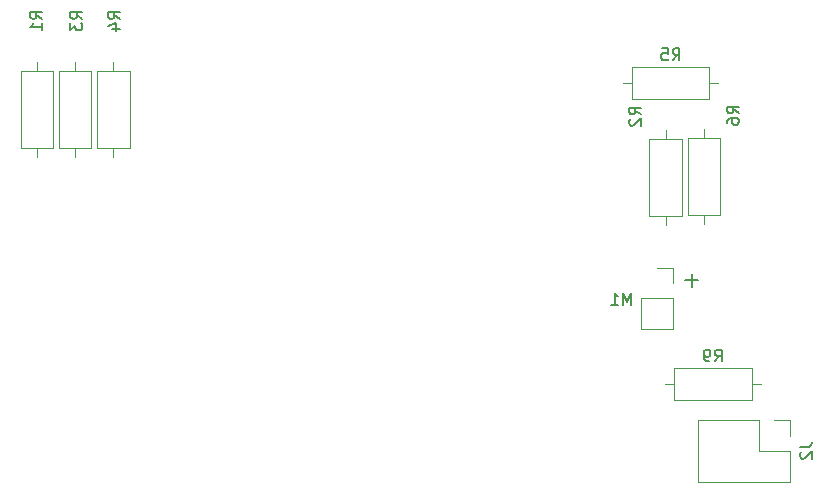
<source format=gbr>
%TF.GenerationSoftware,KiCad,Pcbnew,9.0.0*%
%TF.CreationDate,2025-06-18T11:31:42+09:00*%
%TF.ProjectId,headlight_upper_side,68656164-6c69-4676-9874-5f7570706572,00*%
%TF.SameCoordinates,Original*%
%TF.FileFunction,Legend,Bot*%
%TF.FilePolarity,Positive*%
%FSLAX46Y46*%
G04 Gerber Fmt 4.6, Leading zero omitted, Abs format (unit mm)*
G04 Created by KiCad (PCBNEW 9.0.0) date 2025-06-18 11:31:42*
%MOMM*%
%LPD*%
G01*
G04 APERTURE LIST*
%ADD10C,0.187500*%
%ADD11C,0.150000*%
%ADD12C,0.120000*%
%ADD13R,1.800000X1.800000*%
%ADD14C,1.800000*%
%ADD15C,3.200000*%
%ADD16C,1.700000*%
%ADD17C,1.600000*%
%ADD18O,1.600000X1.600000*%
%ADD19R,1.700000X1.700000*%
%ADD20O,1.700000X1.700000*%
G04 APERTURE END LIST*
D10*
X89769501Y-58985249D02*
X88626644Y-58985249D01*
X89198072Y-59556677D02*
X89198072Y-58413820D01*
D11*
X93204818Y-44833332D02*
X92728627Y-44499999D01*
X93204818Y-44261904D02*
X92204818Y-44261904D01*
X92204818Y-44261904D02*
X92204818Y-44642856D01*
X92204818Y-44642856D02*
X92252437Y-44738094D01*
X92252437Y-44738094D02*
X92300056Y-44785713D01*
X92300056Y-44785713D02*
X92395294Y-44833332D01*
X92395294Y-44833332D02*
X92538151Y-44833332D01*
X92538151Y-44833332D02*
X92633389Y-44785713D01*
X92633389Y-44785713D02*
X92681008Y-44738094D01*
X92681008Y-44738094D02*
X92728627Y-44642856D01*
X92728627Y-44642856D02*
X92728627Y-44261904D01*
X92204818Y-45690475D02*
X92204818Y-45499999D01*
X92204818Y-45499999D02*
X92252437Y-45404761D01*
X92252437Y-45404761D02*
X92300056Y-45357142D01*
X92300056Y-45357142D02*
X92442913Y-45261904D01*
X92442913Y-45261904D02*
X92633389Y-45214285D01*
X92633389Y-45214285D02*
X93014341Y-45214285D01*
X93014341Y-45214285D02*
X93109579Y-45261904D01*
X93109579Y-45261904D02*
X93157199Y-45309523D01*
X93157199Y-45309523D02*
X93204818Y-45404761D01*
X93204818Y-45404761D02*
X93204818Y-45595237D01*
X93204818Y-45595237D02*
X93157199Y-45690475D01*
X93157199Y-45690475D02*
X93109579Y-45738094D01*
X93109579Y-45738094D02*
X93014341Y-45785713D01*
X93014341Y-45785713D02*
X92776246Y-45785713D01*
X92776246Y-45785713D02*
X92681008Y-45738094D01*
X92681008Y-45738094D02*
X92633389Y-45690475D01*
X92633389Y-45690475D02*
X92585770Y-45595237D01*
X92585770Y-45595237D02*
X92585770Y-45404761D01*
X92585770Y-45404761D02*
X92633389Y-45309523D01*
X92633389Y-45309523D02*
X92681008Y-45261904D01*
X92681008Y-45261904D02*
X92776246Y-45214285D01*
X91166665Y-65834818D02*
X91499998Y-65358627D01*
X91738093Y-65834818D02*
X91738093Y-64834818D01*
X91738093Y-64834818D02*
X91357141Y-64834818D01*
X91357141Y-64834818D02*
X91261903Y-64882437D01*
X91261903Y-64882437D02*
X91214284Y-64930056D01*
X91214284Y-64930056D02*
X91166665Y-65025294D01*
X91166665Y-65025294D02*
X91166665Y-65168151D01*
X91166665Y-65168151D02*
X91214284Y-65263389D01*
X91214284Y-65263389D02*
X91261903Y-65311008D01*
X91261903Y-65311008D02*
X91357141Y-65358627D01*
X91357141Y-65358627D02*
X91738093Y-65358627D01*
X90690474Y-65834818D02*
X90499998Y-65834818D01*
X90499998Y-65834818D02*
X90404760Y-65787199D01*
X90404760Y-65787199D02*
X90357141Y-65739579D01*
X90357141Y-65739579D02*
X90261903Y-65596722D01*
X90261903Y-65596722D02*
X90214284Y-65406246D01*
X90214284Y-65406246D02*
X90214284Y-65025294D01*
X90214284Y-65025294D02*
X90261903Y-64930056D01*
X90261903Y-64930056D02*
X90309522Y-64882437D01*
X90309522Y-64882437D02*
X90404760Y-64834818D01*
X90404760Y-64834818D02*
X90595236Y-64834818D01*
X90595236Y-64834818D02*
X90690474Y-64882437D01*
X90690474Y-64882437D02*
X90738093Y-64930056D01*
X90738093Y-64930056D02*
X90785712Y-65025294D01*
X90785712Y-65025294D02*
X90785712Y-65263389D01*
X90785712Y-65263389D02*
X90738093Y-65358627D01*
X90738093Y-65358627D02*
X90690474Y-65406246D01*
X90690474Y-65406246D02*
X90595236Y-65453865D01*
X90595236Y-65453865D02*
X90404760Y-65453865D01*
X90404760Y-65453865D02*
X90309522Y-65406246D01*
X90309522Y-65406246D02*
X90261903Y-65358627D01*
X90261903Y-65358627D02*
X90214284Y-65263389D01*
X34204818Y-36833332D02*
X33728627Y-36499999D01*
X34204818Y-36261904D02*
X33204818Y-36261904D01*
X33204818Y-36261904D02*
X33204818Y-36642856D01*
X33204818Y-36642856D02*
X33252437Y-36738094D01*
X33252437Y-36738094D02*
X33300056Y-36785713D01*
X33300056Y-36785713D02*
X33395294Y-36833332D01*
X33395294Y-36833332D02*
X33538151Y-36833332D01*
X33538151Y-36833332D02*
X33633389Y-36785713D01*
X33633389Y-36785713D02*
X33681008Y-36738094D01*
X33681008Y-36738094D02*
X33728627Y-36642856D01*
X33728627Y-36642856D02*
X33728627Y-36261904D01*
X34204818Y-37785713D02*
X34204818Y-37214285D01*
X34204818Y-37499999D02*
X33204818Y-37499999D01*
X33204818Y-37499999D02*
X33347675Y-37404761D01*
X33347675Y-37404761D02*
X33442913Y-37309523D01*
X33442913Y-37309523D02*
X33490532Y-37214285D01*
X98384819Y-73073808D02*
X99099104Y-73073808D01*
X99099104Y-73073808D02*
X99241961Y-73026189D01*
X99241961Y-73026189D02*
X99337200Y-72930951D01*
X99337200Y-72930951D02*
X99384819Y-72788094D01*
X99384819Y-72788094D02*
X99384819Y-72692856D01*
X98480057Y-73502380D02*
X98432438Y-73549999D01*
X98432438Y-73549999D02*
X98384819Y-73645237D01*
X98384819Y-73645237D02*
X98384819Y-73883332D01*
X98384819Y-73883332D02*
X98432438Y-73978570D01*
X98432438Y-73978570D02*
X98480057Y-74026189D01*
X98480057Y-74026189D02*
X98575295Y-74073808D01*
X98575295Y-74073808D02*
X98670533Y-74073808D01*
X98670533Y-74073808D02*
X98813390Y-74026189D01*
X98813390Y-74026189D02*
X99384819Y-73454761D01*
X99384819Y-73454761D02*
X99384819Y-74073808D01*
X40804818Y-36833332D02*
X40328627Y-36499999D01*
X40804818Y-36261904D02*
X39804818Y-36261904D01*
X39804818Y-36261904D02*
X39804818Y-36642856D01*
X39804818Y-36642856D02*
X39852437Y-36738094D01*
X39852437Y-36738094D02*
X39900056Y-36785713D01*
X39900056Y-36785713D02*
X39995294Y-36833332D01*
X39995294Y-36833332D02*
X40138151Y-36833332D01*
X40138151Y-36833332D02*
X40233389Y-36785713D01*
X40233389Y-36785713D02*
X40281008Y-36738094D01*
X40281008Y-36738094D02*
X40328627Y-36642856D01*
X40328627Y-36642856D02*
X40328627Y-36261904D01*
X40138151Y-37690475D02*
X40804818Y-37690475D01*
X39757199Y-37452380D02*
X40471484Y-37214285D01*
X40471484Y-37214285D02*
X40471484Y-37833332D01*
X84059522Y-61054818D02*
X84059522Y-60054818D01*
X84059522Y-60054818D02*
X83726189Y-60769103D01*
X83726189Y-60769103D02*
X83392856Y-60054818D01*
X83392856Y-60054818D02*
X83392856Y-61054818D01*
X82392856Y-61054818D02*
X82964284Y-61054818D01*
X82678570Y-61054818D02*
X82678570Y-60054818D01*
X82678570Y-60054818D02*
X82773808Y-60197675D01*
X82773808Y-60197675D02*
X82869046Y-60292913D01*
X82869046Y-60292913D02*
X82964284Y-60340532D01*
X87586665Y-40334818D02*
X87919998Y-39858627D01*
X88158093Y-40334818D02*
X88158093Y-39334818D01*
X88158093Y-39334818D02*
X87777141Y-39334818D01*
X87777141Y-39334818D02*
X87681903Y-39382437D01*
X87681903Y-39382437D02*
X87634284Y-39430056D01*
X87634284Y-39430056D02*
X87586665Y-39525294D01*
X87586665Y-39525294D02*
X87586665Y-39668151D01*
X87586665Y-39668151D02*
X87634284Y-39763389D01*
X87634284Y-39763389D02*
X87681903Y-39811008D01*
X87681903Y-39811008D02*
X87777141Y-39858627D01*
X87777141Y-39858627D02*
X88158093Y-39858627D01*
X86681903Y-39334818D02*
X87158093Y-39334818D01*
X87158093Y-39334818D02*
X87205712Y-39811008D01*
X87205712Y-39811008D02*
X87158093Y-39763389D01*
X87158093Y-39763389D02*
X87062855Y-39715770D01*
X87062855Y-39715770D02*
X86824760Y-39715770D01*
X86824760Y-39715770D02*
X86729522Y-39763389D01*
X86729522Y-39763389D02*
X86681903Y-39811008D01*
X86681903Y-39811008D02*
X86634284Y-39906246D01*
X86634284Y-39906246D02*
X86634284Y-40144341D01*
X86634284Y-40144341D02*
X86681903Y-40239579D01*
X86681903Y-40239579D02*
X86729522Y-40287199D01*
X86729522Y-40287199D02*
X86824760Y-40334818D01*
X86824760Y-40334818D02*
X87062855Y-40334818D01*
X87062855Y-40334818D02*
X87158093Y-40287199D01*
X87158093Y-40287199D02*
X87205712Y-40239579D01*
X84904818Y-44933332D02*
X84428627Y-44599999D01*
X84904818Y-44361904D02*
X83904818Y-44361904D01*
X83904818Y-44361904D02*
X83904818Y-44742856D01*
X83904818Y-44742856D02*
X83952437Y-44838094D01*
X83952437Y-44838094D02*
X84000056Y-44885713D01*
X84000056Y-44885713D02*
X84095294Y-44933332D01*
X84095294Y-44933332D02*
X84238151Y-44933332D01*
X84238151Y-44933332D02*
X84333389Y-44885713D01*
X84333389Y-44885713D02*
X84381008Y-44838094D01*
X84381008Y-44838094D02*
X84428627Y-44742856D01*
X84428627Y-44742856D02*
X84428627Y-44361904D01*
X84000056Y-45314285D02*
X83952437Y-45361904D01*
X83952437Y-45361904D02*
X83904818Y-45457142D01*
X83904818Y-45457142D02*
X83904818Y-45695237D01*
X83904818Y-45695237D02*
X83952437Y-45790475D01*
X83952437Y-45790475D02*
X84000056Y-45838094D01*
X84000056Y-45838094D02*
X84095294Y-45885713D01*
X84095294Y-45885713D02*
X84190532Y-45885713D01*
X84190532Y-45885713D02*
X84333389Y-45838094D01*
X84333389Y-45838094D02*
X84904818Y-45266666D01*
X84904818Y-45266666D02*
X84904818Y-45885713D01*
X37604818Y-36833332D02*
X37128627Y-36499999D01*
X37604818Y-36261904D02*
X36604818Y-36261904D01*
X36604818Y-36261904D02*
X36604818Y-36642856D01*
X36604818Y-36642856D02*
X36652437Y-36738094D01*
X36652437Y-36738094D02*
X36700056Y-36785713D01*
X36700056Y-36785713D02*
X36795294Y-36833332D01*
X36795294Y-36833332D02*
X36938151Y-36833332D01*
X36938151Y-36833332D02*
X37033389Y-36785713D01*
X37033389Y-36785713D02*
X37081008Y-36738094D01*
X37081008Y-36738094D02*
X37128627Y-36642856D01*
X37128627Y-36642856D02*
X37128627Y-36261904D01*
X36604818Y-37166666D02*
X36604818Y-37785713D01*
X36604818Y-37785713D02*
X36985770Y-37452380D01*
X36985770Y-37452380D02*
X36985770Y-37595237D01*
X36985770Y-37595237D02*
X37033389Y-37690475D01*
X37033389Y-37690475D02*
X37081008Y-37738094D01*
X37081008Y-37738094D02*
X37176246Y-37785713D01*
X37176246Y-37785713D02*
X37414341Y-37785713D01*
X37414341Y-37785713D02*
X37509579Y-37738094D01*
X37509579Y-37738094D02*
X37557199Y-37690475D01*
X37557199Y-37690475D02*
X37604818Y-37595237D01*
X37604818Y-37595237D02*
X37604818Y-37309523D01*
X37604818Y-37309523D02*
X37557199Y-37214285D01*
X37557199Y-37214285D02*
X37509579Y-37166666D01*
D12*
%TO.C,R6*%
X88879999Y-46929999D02*
X91619999Y-46929999D01*
X88879999Y-53469999D02*
X88879999Y-46929999D01*
X90249999Y-46159999D02*
X90249999Y-46929999D01*
X90249999Y-54239999D02*
X90249999Y-53469999D01*
X91619999Y-46929999D02*
X91619999Y-53469999D01*
X91619999Y-53469999D02*
X88879999Y-53469999D01*
%TO.C,R9*%
X86959999Y-67749999D02*
X87729999Y-67749999D01*
X87729999Y-66379999D02*
X94269999Y-66379999D01*
X87729999Y-69119999D02*
X87729999Y-66379999D01*
X94269999Y-66379999D02*
X94269999Y-69119999D01*
X94269999Y-69119999D02*
X87729999Y-69119999D01*
X95039999Y-67749999D02*
X94269999Y-67749999D01*
%TO.C,R1*%
X32379999Y-41229999D02*
X35119999Y-41229999D01*
X32379999Y-47769999D02*
X32379999Y-41229999D01*
X33749999Y-40459999D02*
X33749999Y-41229999D01*
X33749999Y-48539999D02*
X33749999Y-47769999D01*
X35119999Y-41229999D02*
X35119999Y-47769999D01*
X35119999Y-47769999D02*
X32379999Y-47769999D01*
%TO.C,J2*%
X89750000Y-76007142D02*
X89750000Y-70807142D01*
X94890000Y-70807142D02*
X89750000Y-70807142D01*
X94890000Y-73407142D02*
X94890000Y-70807142D01*
X97490000Y-70807142D02*
X96160000Y-70807142D01*
X97490000Y-72137142D02*
X97490000Y-70807142D01*
X97490000Y-73407142D02*
X94890000Y-73407142D01*
X97490000Y-76007142D02*
X89750000Y-76007142D01*
X97490000Y-76007142D02*
X97490000Y-73407142D01*
%TO.C,R4*%
X38879999Y-41229999D02*
X41619999Y-41229999D01*
X38879999Y-47769999D02*
X38879999Y-41229999D01*
X40249999Y-40459999D02*
X40249999Y-41229999D01*
X40249999Y-48539999D02*
X40249999Y-47769999D01*
X41619999Y-41229999D02*
X41619999Y-47769999D01*
X41619999Y-47769999D02*
X38879999Y-47769999D01*
%TO.C,M1*%
X84919999Y-60494999D02*
X84919999Y-63094999D01*
X87579999Y-57894999D02*
X86249999Y-57894999D01*
X87579999Y-59224999D02*
X87579999Y-57894999D01*
X87579999Y-60494999D02*
X84919999Y-60494999D01*
X87579999Y-60494999D02*
X87579999Y-63094999D01*
X87579999Y-63094999D02*
X84919999Y-63094999D01*
%TO.C,R5*%
X83379999Y-42249999D02*
X84149999Y-42249999D01*
X84149999Y-40879999D02*
X90689999Y-40879999D01*
X84149999Y-43619999D02*
X84149999Y-40879999D01*
X90689999Y-40879999D02*
X90689999Y-43619999D01*
X90689999Y-43619999D02*
X84149999Y-43619999D01*
X91459999Y-42249999D02*
X90689999Y-42249999D01*
%TO.C,R2*%
X85629999Y-46979999D02*
X88369999Y-46979999D01*
X85629999Y-53519999D02*
X85629999Y-46979999D01*
X86999999Y-46209999D02*
X86999999Y-46979999D01*
X86999999Y-54289999D02*
X86999999Y-53519999D01*
X88369999Y-46979999D02*
X88369999Y-53519999D01*
X88369999Y-53519999D02*
X85629999Y-53519999D01*
%TO.C,R3*%
X35629999Y-41229999D02*
X38369999Y-41229999D01*
X35629999Y-47769999D02*
X35629999Y-41229999D01*
X36999999Y-40459999D02*
X36999999Y-41229999D01*
X36999999Y-48539999D02*
X36999999Y-47769999D01*
X38369999Y-41229999D02*
X38369999Y-47769999D01*
X38369999Y-47769999D02*
X35629999Y-47769999D01*
%TD*%
%LPC*%
D13*
%TO.C,IR4*%
X94830233Y-59299432D03*
D14*
X94830233Y-61839432D03*
%TD*%
D15*
%TO.C,H3*%
X71749999Y-52499999D03*
%TD*%
D13*
%TO.C,LB1*%
X28749999Y-49224999D03*
D14*
X28749999Y-51764999D03*
%TD*%
D13*
%TO.C,IR1*%
X28669765Y-59299432D03*
D14*
X28669765Y-61839432D03*
%TD*%
D15*
%TO.C,H1*%
X29249999Y-71999999D03*
%TD*%
D13*
%TO.C,LB2*%
X94949999Y-49224999D03*
D14*
X94949999Y-51764999D03*
%TD*%
D13*
%TO.C,IR3*%
X77175566Y-41644765D03*
D14*
X77175566Y-44184765D03*
%TD*%
D15*
%TO.C,HB1*%
X66399999Y-26645517D03*
X56899999Y-26645517D03*
X71149999Y-34872758D03*
X52149999Y-34872758D03*
X66399999Y-43099999D03*
X56899999Y-43099999D03*
D16*
X78249999Y-30807758D03*
X78249999Y-38807758D03*
%TD*%
D13*
%TO.C,IR2*%
X46324432Y-41644765D03*
D14*
X46324432Y-44184765D03*
%TD*%
D15*
%TO.C,H2*%
X51749999Y-52499999D03*
%TD*%
D17*
%TO.C,R6*%
X90249999Y-45119999D03*
D18*
X90249999Y-55279999D03*
%TD*%
D17*
%TO.C,R9*%
X96079999Y-67749999D03*
D18*
X85919999Y-67749999D03*
%TD*%
D17*
%TO.C,R1*%
X33749999Y-39419999D03*
D18*
X33749999Y-49579999D03*
%TD*%
D19*
%TO.C,J2*%
X96160000Y-72137142D03*
D20*
X96160000Y-74677142D03*
X93620000Y-72137142D03*
X93620000Y-74677142D03*
X91080000Y-72137142D03*
X91080000Y-74677142D03*
%TD*%
D17*
%TO.C,R4*%
X40249999Y-39419999D03*
D18*
X40249999Y-49579999D03*
%TD*%
D19*
%TO.C,M1*%
X86249999Y-59224999D03*
D20*
X86249999Y-61764999D03*
%TD*%
D17*
%TO.C,R5*%
X92499999Y-42249999D03*
D18*
X82339999Y-42249999D03*
%TD*%
D17*
%TO.C,R2*%
X86999999Y-45169999D03*
D18*
X86999999Y-55329999D03*
%TD*%
D17*
%TO.C,R3*%
X36999999Y-39419999D03*
D18*
X36999999Y-49579999D03*
%TD*%
%LPD*%
M02*

</source>
